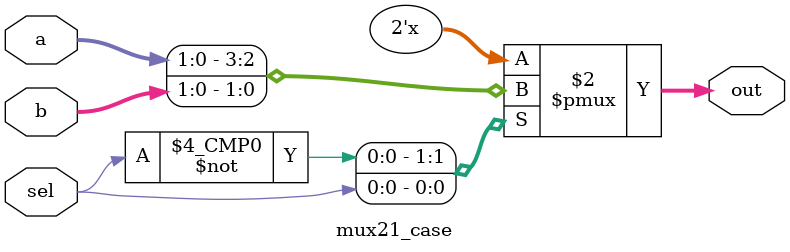
<source format=v>
module mux21_case (
    a, b, sel, out
);
    input [1:0] a, b;
    input       sel;
    output [1:0] out;
    reg [1:0] out;

    always @(a or b or sel) begin
        case (sel)
            0 : out = a;
            1 : out = b;

            // default is skipped 
        endcase
    end
endmodule
</source>
